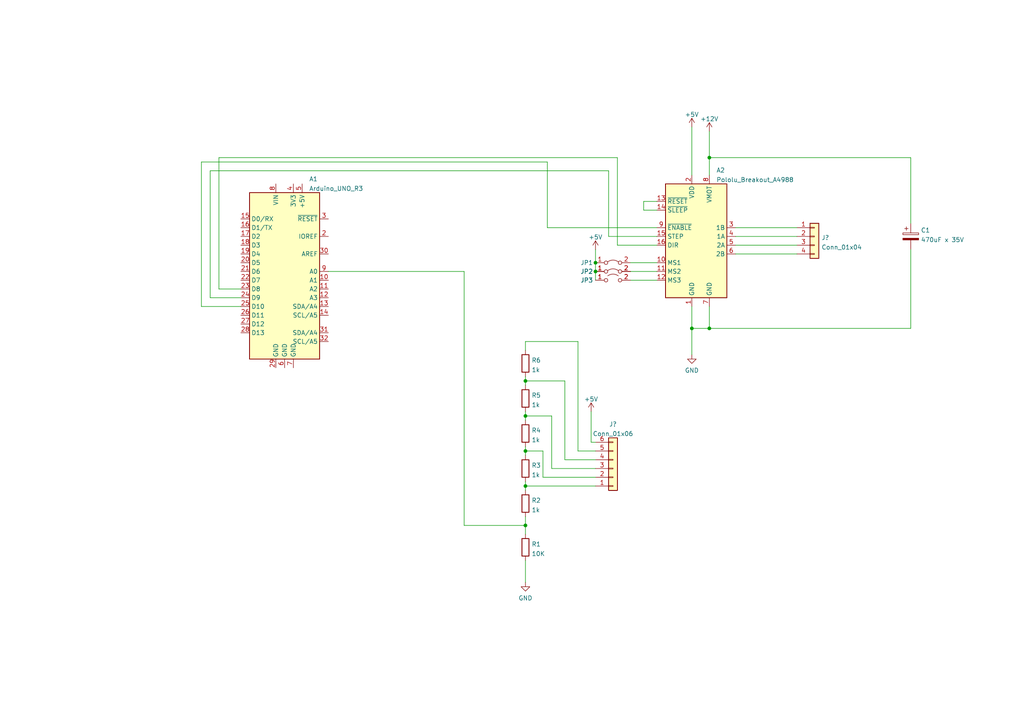
<source format=kicad_sch>
(kicad_sch (version 20211123) (generator eeschema)
  (paper "A4")
  (lib_symbols
    (symbol "Connector_Generic:Conn_01x04" (pin_names (offset 1.016) hide)
      (property "Reference" "J" (at 0 5.08 0))
      (property "Value" "Conn_01x04" (at 0 -7.62 0))
      (symbol "Conn_01x04_1_1"
        (rectangle (start -1.27 -4.953) (end 0 -5.207) (stroke (width 0.1524)))
        (rectangle (start -1.27 -2.413) (end 0 -2.667) (stroke (width 0.1524)))
        (rectangle (start -1.27 0.127) (end 0 -0.127) (stroke (width 0.1524)))
        (rectangle (start -1.27 2.667) (end 0 2.413) (stroke (width 0.1524)))
        (rectangle (start -1.27 3.81) (end 1.27 -6.35) (stroke (width 0.254)) (fill (type background)))
        (pin passive line (at -5.08 2.54 0) (length 3.81) (name "Pin_1") (number "1"))
        (pin passive line (at -5.08 0 0) (length 3.81) (name "Pin_2") (number "2"))
        (pin passive line (at -5.08 -2.54 0) (length 3.81) (name "Pin_3") (number "3"))
        (pin passive line (at -5.08 -5.08 0) (length 3.81) (name "Pin_4") (number "4"))
      )
    )
    (symbol "Connector_Generic:Conn_01x06" (pin_names (offset 1.016) hide)
      (property "Reference" "J" (at 0 7.62 0))
      (property "Value" "Conn_01x06" (at 0 -10.16 0))
      (symbol "Conn_01x06_1_1"
        (rectangle (start -1.27 -7.493) (end 0 -7.747) (stroke (width 0.1524)))
        (rectangle (start -1.27 -4.953) (end 0 -5.207) (stroke (width 0.1524)))
        (rectangle (start -1.27 -2.413) (end 0 -2.667) (stroke (width 0.1524)))
        (rectangle (start -1.27 0.127) (end 0 -0.127) (stroke (width 0.1524)))
        (rectangle (start -1.27 2.667) (end 0 2.413) (stroke (width 0.1524)))
        (rectangle (start -1.27 5.207) (end 0 4.953) (stroke (width 0.1524)))
        (rectangle (start -1.27 6.35) (end 1.27 -8.89) (stroke (width 0.254)) (fill (type background)))
        (pin passive line (at -5.08 5.08 0) (length 3.81) (name "Pin_1") (number "1"))
        (pin passive line (at -5.08 2.54 0) (length 3.81) (name "Pin_2") (number "2"))
        (pin passive line (at -5.08 0 0) (length 3.81) (name "Pin_3") (number "3"))
        (pin passive line (at -5.08 -2.54 0) (length 3.81) (name "Pin_4") (number "4"))
        (pin passive line (at -5.08 -5.08 0) (length 3.81) (name "Pin_5") (number "5"))
        (pin passive line (at -5.08 -7.62 0) (length 3.81) (name "Pin_6") (number "6"))
      )
    )
    (symbol "Device:C_Polarized" (pin_numbers hide) (pin_names (offset 0.254))
      (property "Reference" "C" (at 0.635 2.54 0))
      (property "Value" "C_Polarized" (at 0.635 -2.54 0))
      (symbol "C_Polarized_0_1"
        (rectangle (start -2.286 0.508) (end 2.286 1.016))
        (polyline (pts (xy -1.778 2.286) (xy -0.762 2.286)))
        (polyline (pts (xy -1.27 2.794) (xy -1.27 1.778)))
        (rectangle (start 2.286 -0.508) (end -2.286 -1.016) (fill (type outline)))
      )
      (symbol "C_Polarized_1_1"
        (pin passive line (at 0 3.81 270) (length 2.794) (name "~") (number "1"))
        (pin passive line (at 0 -3.81 90) (length 2.794) (name "~") (number "2"))
      )
    )
    (symbol "Device:R" (pin_numbers hide) (pin_names (offset 0))
      (property "Reference" "R" (at 2.032 0 90))
      (property "Value" "R" (at 0 0 90))
      (symbol "R_0_1"
        (rectangle (start -1.016 -2.54) (end 1.016 2.54) (stroke (width 0.254)))
      )
      (symbol "R_1_1"
        (pin passive line (at 0 3.81 270) (length 1.27) (name "~") (number "1"))
        (pin passive line (at 0 -3.81 90) (length 1.27) (name "~") (number "2"))
      )
    )
    (symbol "Driver_Motor:Pololu_Breakout_A4988"
      (property "Reference" "A" (at -2.54 19.05 0))
      (property "Value" "Pololu_Breakout_A4988" (at -2.54 16.51 0))
      (symbol "Pololu_Breakout_A4988_0_1"
        (rectangle (start 10.16 -17.78) (end -7.62 15.24) (stroke (width 0.254)) (fill (type background)))
      )
      (symbol "Pololu_Breakout_A4988_1_1"
        (pin power_in line (at 0 -20.32 90) (length 2.54) (name "GND") (number "1"))
        (pin input line (at -10.16 -7.62 0) (length 2.54) (name "MS1") (number "10"))
        (pin input line (at -10.16 -10.16 0) (length 2.54) (name "MS2") (number "11"))
        (pin input line (at -10.16 -12.7 0) (length 2.54) (name "MS3") (number "12"))
        (pin input line (at -10.16 10.16 0) (length 2.54) (name "~{RESET}") (number "13"))
        (pin input line (at -10.16 7.62 0) (length 2.54) (name "~{SLEEP}") (number "14"))
        (pin input line (at -10.16 0 0) (length 2.54) (name "STEP") (number "15"))
        (pin input line (at -10.16 -2.54 0) (length 2.54) (name "DIR") (number "16"))
        (pin power_in line (at 0 17.78 270) (length 2.54) (name "VDD") (number "2"))
        (pin output line (at 12.7 2.54 180) (length 2.54) (name "1B") (number "3"))
        (pin output line (at 12.7 0 180) (length 2.54) (name "1A") (number "4"))
        (pin output line (at 12.7 -2.54 180) (length 2.54) (name "2A") (number "5"))
        (pin output line (at 12.7 -5.08 180) (length 2.54) (name "2B") (number "6"))
        (pin power_in line (at 5.08 -20.32 90) (length 2.54) (name "GND") (number "7"))
        (pin power_in line (at 5.08 17.78 270) (length 2.54) (name "VMOT") (number "8"))
        (pin input line (at -10.16 2.54 0) (length 2.54) (name "~{ENABLE}") (number "9"))
      )
    )
    (symbol "Jumper:Jumper_2_Bridged" (pin_names (offset 0) hide)
      (property "Reference" "JP" (at 0 1.905 0))
      (property "Value" "Jumper_2_Bridged" (at 0 -2.54 0))
      (symbol "Jumper_2_Bridged_0_0"
        (circle (center -2.032 0) (radius 0.508))
        (circle (center 2.032 0) (radius 0.508))
      )
      (symbol "Jumper_2_Bridged_0_1"
        (arc (start 1.524 0.254) (mid 0 0.762) (end -1.524 0.254))
      )
      (symbol "Jumper_2_Bridged_1_1"
        (pin passive line (at -5.08 0 0) (length 2.54) (name "A") (number "1"))
        (pin passive line (at 5.08 0 180) (length 2.54) (name "B") (number "2"))
      )
    )
    (symbol "Jumper:Jumper_2_Open" (pin_names (offset 0) hide)
      (property "Reference" "JP" (at 0 2.794 0))
      (property "Value" "Jumper_2_Open" (at 0 -2.286 0))
      (symbol "Jumper_2_Open_0_0"
        (circle (center -2.032 0) (radius 0.508))
        (circle (center 2.032 0) (radius 0.508))
      )
      (symbol "Jumper_2_Open_0_1"
        (arc (start 1.524 1.27) (mid 0 1.778) (end -1.524 1.27))
      )
      (symbol "Jumper_2_Open_1_1"
        (pin passive line (at -5.08 0 0) (length 2.54) (name "A") (number "1"))
        (pin passive line (at 5.08 0 180) (length 2.54) (name "B") (number "2"))
      )
    )
    (symbol "MCU_Module:Arduino_UNO_R3"
      (property "Reference" "A" (at -10.16 23.495 0))
      (property "Value" "Arduino_UNO_R3" (at 5.08 -26.67 0))
      (symbol "Arduino_UNO_R3_0_1"
        (rectangle (start -10.16 22.86) (end 10.16 -25.4) (stroke (width 0.254)) (fill (type background)))
      )
      (symbol "Arduino_UNO_R3_1_1"
        (pin no_connect line (at -10.16 -20.32 0) (length 2.54) hide (name "NC") (number "1"))
        (pin bidirectional line (at 12.7 -2.54 180) (length 2.54) (name "A1") (number "10"))
        (pin bidirectional line (at 12.7 -5.08 180) (length 2.54) (name "A2") (number "11"))
        (pin bidirectional line (at 12.7 -7.62 180) (length 2.54) (name "A3") (number "12"))
        (pin bidirectional line (at 12.7 -10.16 180) (length 2.54) (name "SDA/A4") (number "13"))
        (pin bidirectional line (at 12.7 -12.7 180) (length 2.54) (name "SCL/A5") (number "14"))
        (pin bidirectional line (at -12.7 15.24 0) (length 2.54) (name "D0/RX") (number "15"))
        (pin bidirectional line (at -12.7 12.7 0) (length 2.54) (name "D1/TX") (number "16"))
        (pin bidirectional line (at -12.7 10.16 0) (length 2.54) (name "D2") (number "17"))
        (pin bidirectional line (at -12.7 7.62 0) (length 2.54) (name "D3") (number "18"))
        (pin bidirectional line (at -12.7 5.08 0) (length 2.54) (name "D4") (number "19"))
        (pin output line (at 12.7 10.16 180) (length 2.54) (name "IOREF") (number "2"))
        (pin bidirectional line (at -12.7 2.54 0) (length 2.54) (name "D5") (number "20"))
        (pin bidirectional line (at -12.7 0 0) (length 2.54) (name "D6") (number "21"))
        (pin bidirectional line (at -12.7 -2.54 0) (length 2.54) (name "D7") (number "22"))
        (pin bidirectional line (at -12.7 -5.08 0) (length 2.54) (name "D8") (number "23"))
        (pin bidirectional line (at -12.7 -7.62 0) (length 2.54) (name "D9") (number "24"))
        (pin bidirectional line (at -12.7 -10.16 0) (length 2.54) (name "D10") (number "25"))
        (pin bidirectional line (at -12.7 -12.7 0) (length 2.54) (name "D11") (number "26"))
        (pin bidirectional line (at -12.7 -15.24 0) (length 2.54) (name "D12") (number "27"))
        (pin bidirectional line (at -12.7 -17.78 0) (length 2.54) (name "D13") (number "28"))
        (pin power_in line (at -2.54 -27.94 90) (length 2.54) (name "GND") (number "29"))
        (pin input line (at 12.7 15.24 180) (length 2.54) (name "~{RESET}") (number "3"))
        (pin input line (at 12.7 5.08 180) (length 2.54) (name "AREF") (number "30"))
        (pin bidirectional line (at 12.7 -17.78 180) (length 2.54) (name "SDA/A4") (number "31"))
        (pin bidirectional line (at 12.7 -20.32 180) (length 2.54) (name "SCL/A5") (number "32"))
        (pin power_out line (at 2.54 25.4 270) (length 2.54) (name "3V3") (number "4"))
        (pin power_out line (at 5.08 25.4 270) (length 2.54) (name "+5V") (number "5"))
        (pin power_in line (at 0 -27.94 90) (length 2.54) (name "GND") (number "6"))
        (pin power_in line (at 2.54 -27.94 90) (length 2.54) (name "GND") (number "7"))
        (pin power_in line (at -2.54 25.4 270) (length 2.54) (name "VIN") (number "8"))
        (pin bidirectional line (at 12.7 0 180) (length 2.54) (name "A0") (number "9"))
      )
    )
    (symbol "power:+12V" (power) (pin_names (offset 0))
      (property "Value" "+12V" (at 0 3.556 0))
      (symbol "+12V_0_1"
        (polyline (pts (xy -0.762 1.27) (xy 0 2.54)))
        (polyline (pts (xy 0 0) (xy 0 2.54)))
        (polyline (pts (xy 0 2.54) (xy 0.762 1.27)))
      )
      (symbol "+12V_1_1"
        (pin power_in line (at 0 0 90) (length 0) hide (name "+12V") (number "1"))
      )
    )
    (symbol "power:+5V" (power) (pin_names (offset 0))
      (property "Value" "+5V" (at 0 3.556 0))
      (symbol "+5V_0_1"
        (polyline (pts (xy -0.762 1.27) (xy 0 2.54)))
        (polyline (pts (xy 0 0) (xy 0 2.54)))
        (polyline (pts (xy 0 2.54) (xy 0.762 1.27)))
      )
      (symbol "+5V_1_1"
        (pin power_in line (at 0 0 90) (length 0) hide (name "+5V") (number "1"))
      )
    )
    (symbol "power:GND" (power) (pin_names (offset 0))
      (property "Value" "GND" (at 0 -3.81 0))
      (symbol "GND_0_1"
        (polyline (pts (xy 0 0) (xy 0 -1.27) (xy 1.27 -1.27) (xy 0 -2.54) (xy -1.27 -1.27) (xy 0 -1.27)))
      )
      (symbol "GND_1_1"
        (pin power_in line (at 0 0 270) (length 0) hide (name "GND") (number "1"))
      )
    )
  )
  (junction (at 200.66 95.25))
  (junction (at 172.72 76.2))
  (junction (at 172.72 78.74))
  (junction (at 205.74 95.25))
  (junction (at 205.74 45.72))
  (junction (at 152.4 140.97))
  (junction (at 152.4 130.81))
  (junction (at 152.4 152.4))
  (junction (at 152.4 120.65))
  (junction (at 152.4 110.49))
  (wire (pts (xy 264.16 45.72) (xy 264.16 64.77)))
  (wire (pts (xy 186.69 58.42) (xy 186.69 60.96)))
  (wire (pts (xy 158.75 66.04) (xy 190.5 66.04)))
  (wire (pts (xy 172.72 76.2) (xy 172.72 78.74)))
  (wire (pts (xy 171.45 119.38) (xy 171.45 128.27)))
  (wire (pts (xy 58.42 46.99) (xy 158.75 46.99)))
  (wire (pts (xy 152.4 110.49) (xy 152.4 111.76)))
  (wire (pts (xy 160.02 135.89) (xy 172.72 135.89)))
  (wire (pts (xy 176.53 68.58) (xy 190.5 68.58)))
  (wire (pts (xy 213.36 73.66) (xy 231.14 73.66)))
  (wire (pts (xy 205.74 88.9) (xy 205.74 95.25)))
  (wire (pts (xy 152.4 99.06) (xy 167.64 99.06)))
  (wire (pts (xy 200.66 95.25) (xy 205.74 95.25)))
  (wire (pts (xy 152.4 101.6) (xy 152.4 99.06)))
  (wire (pts (xy 95.25 78.74) (xy 134.62 78.74)))
  (wire (pts (xy 152.4 162.56) (xy 152.4 168.91)))
  (wire (pts (xy 182.88 81.28) (xy 190.5 81.28)))
  (wire (pts (xy 213.36 66.04) (xy 231.14 66.04)))
  (wire (pts (xy 69.85 88.9) (xy 58.42 88.9)))
  (wire (pts (xy 158.75 46.99) (xy 158.75 66.04)))
  (wire (pts (xy 179.07 71.12) (xy 190.5 71.12)))
  (wire (pts (xy 152.4 110.49) (xy 163.83 110.49)))
  (wire (pts (xy 157.48 138.43) (xy 172.72 138.43)))
  (wire (pts (xy 152.4 139.7) (xy 152.4 140.97)))
  (wire (pts (xy 186.69 60.96) (xy 190.5 60.96)))
  (wire (pts (xy 264.16 95.25) (xy 264.16 72.39)))
  (wire (pts (xy 152.4 140.97) (xy 152.4 142.24)))
  (wire (pts (xy 69.85 83.82) (xy 63.5 83.82)))
  (wire (pts (xy 152.4 129.54) (xy 152.4 130.81)))
  (wire (pts (xy 152.4 109.22) (xy 152.4 110.49)))
  (wire (pts (xy 213.36 68.58) (xy 231.14 68.58)))
  (wire (pts (xy 63.5 83.82) (xy 63.5 45.72)))
  (wire (pts (xy 205.74 45.72) (xy 205.74 50.8)))
  (wire (pts (xy 182.88 76.2) (xy 190.5 76.2)))
  (wire (pts (xy 200.66 95.25) (xy 200.66 102.87)))
  (wire (pts (xy 172.72 128.27) (xy 171.45 128.27)))
  (wire (pts (xy 152.4 130.81) (xy 152.4 132.08)))
  (wire (pts (xy 60.96 49.53) (xy 176.53 49.53)))
  (wire (pts (xy 163.83 110.49) (xy 163.83 133.35)))
  (wire (pts (xy 167.64 130.81) (xy 172.72 130.81)))
  (wire (pts (xy 63.5 45.72) (xy 179.07 45.72)))
  (wire (pts (xy 176.53 49.53) (xy 176.53 68.58)))
  (wire (pts (xy 152.4 140.97) (xy 172.72 140.97)))
  (wire (pts (xy 152.4 120.65) (xy 152.4 121.92)))
  (wire (pts (xy 157.48 130.81) (xy 157.48 138.43)))
  (wire (pts (xy 200.66 36.83) (xy 200.66 50.8)))
  (wire (pts (xy 152.4 130.81) (xy 157.48 130.81)))
  (wire (pts (xy 205.74 45.72) (xy 264.16 45.72)))
  (wire (pts (xy 182.88 78.74) (xy 190.5 78.74)))
  (wire (pts (xy 172.72 78.74) (xy 172.72 81.28)))
  (wire (pts (xy 160.02 120.65) (xy 160.02 135.89)))
  (wire (pts (xy 200.66 88.9) (xy 200.66 95.25)))
  (wire (pts (xy 163.83 133.35) (xy 172.72 133.35)))
  (wire (pts (xy 152.4 152.4) (xy 152.4 154.94)))
  (wire (pts (xy 152.4 149.86) (xy 152.4 152.4)))
  (wire (pts (xy 205.74 38.1) (xy 205.74 45.72)))
  (wire (pts (xy 152.4 119.38) (xy 152.4 120.65)))
  (wire (pts (xy 69.85 86.36) (xy 60.96 86.36)))
  (wire (pts (xy 152.4 120.65) (xy 160.02 120.65)))
  (wire (pts (xy 172.72 72.39) (xy 172.72 76.2)))
  (wire (pts (xy 205.74 95.25) (xy 264.16 95.25)))
  (wire (pts (xy 134.62 78.74) (xy 134.62 152.4)))
  (wire (pts (xy 134.62 152.4) (xy 152.4 152.4)))
  (wire (pts (xy 213.36 71.12) (xy 231.14 71.12)))
  (wire (pts (xy 167.64 99.06) (xy 167.64 130.81)))
  (wire (pts (xy 60.96 86.36) (xy 60.96 49.53)))
  (wire (pts (xy 190.5 58.42) (xy 186.69 58.42)))
  (wire (pts (xy 58.42 88.9) (xy 58.42 46.99)))
  (wire (pts (xy 179.07 45.72) (xy 179.07 71.12)))
  (symbol (lib_id "Device:R") (at 152.4 158.75 180) (unit 1)
    (property "Reference" "R1" (at 154.178 157.8415 0) (effects (justify right)))
    (property "Value" "10K" (at 154.178 160.6166 0) (effects (justify right)))
  )
  (symbol (lib_id "Device:R") (at 152.4 135.89 180) (unit 1)
    (property "Reference" "R3" (at 154.178 134.9815 0) (effects (justify right)))
    (property "Value" "1k" (at 154.178 137.7566 0) (effects (justify right)))
  )
  (symbol (lib_id "Device:R") (at 152.4 105.41 180) (unit 1)
    (property "Reference" "R6" (at 154.178 104.5015 0) (effects (justify right)))
    (property "Value" "1k" (at 154.178 107.2766 0) (effects (justify right)))
  )
  (symbol (lib_id "MCU_Module:Arduino_UNO_R3") (at 82.55 78.74 0) (unit 1)
    (property "Reference" "A1" (at 89.6494 51.9135 0) (effects (justify left)))
    (property "Value" "Arduino_UNO_R3" (at 89.6494 54.6886 0) (effects (justify left)))
    (property "Footprint" "Module:Arduino_UNO_R3" (effects hide))
    (property "Datasheet" "https://www.arduino.cc/en/Main/arduinoBoardUno" (effects hide))
  )
  (symbol (lib_id "Device:C_Polarized") (at 264.16 68.58 0) (unit 1)
    (property "Reference" "C1" (at 267.081 66.7825 0) (effects (justify left)))
    (property "Value" "470uF x 35V" (at 267.081 69.5576 0) (effects (justify left)))
  )
  (symbol (lib_id "Jumper:Jumper_2_Bridged") (at 177.8 76.2 0) (unit 1)
    (property "Reference" "JP1" (at 170.18 76.2 0))
    (property "Value" "Jumper_2_Bridged" (effects hide))
  )
  (symbol (lib_id "Device:R") (at 152.4 146.05 180) (unit 1)
    (property "Reference" "R2" (at 154.178 145.1415 0) (effects (justify right)))
    (property "Value" "1k" (at 154.178 147.9166 0) (effects (justify right)))
  )
  (symbol (lib_id "power:+5V") (at 200.66 36.83 0) (unit 1)
    (property "Reference" "#PWR?" (effects hide))
    (property "Value" "+5V" (at 200.66 33.2255 0))
  )
  (symbol (lib_id "Connector_Generic:Conn_01x06") (at 177.8 135.89 0) (mirror x) (unit 1)
    (property "Reference" "J?" (at 177.8 123.0335 0))
    (property "Value" "Conn_01x06" (at 177.8 125.8086 0))
  )
  (symbol (lib_id "power:GND") (at 200.66 102.87 0) (unit 1)
    (property "Reference" "#PWR?" (effects hide))
    (property "Value" "GND" (at 200.66 107.4325 0))
  )
  (symbol (lib_id "power:+5V") (at 171.45 119.38 0) (unit 1)
    (property "Reference" "#PWR?" (effects hide))
    (property "Value" "+5V" (at 171.45 115.7755 0))
  )
  (symbol (lib_id "Connector_Generic:Conn_01x04") (at 236.22 68.58 0) (unit 1)
    (property "Reference" "J?" (at 238.252 68.9415 0) (effects (justify left)))
    (property "Value" "Conn_01x04" (at 238.252 71.7166 0) (effects (justify left)))
  )
  (symbol (lib_id "power:GND") (at 152.4 168.91 0) (unit 1)
    (property "Reference" "#PWR?" (effects hide))
    (property "Value" "GND" (at 152.4 173.4725 0))
  )
  (symbol (lib_id "Jumper:Jumper_2_Open") (at 177.8 81.28 0) (unit 1)
    (property "Reference" "JP3" (at 170.18 81.28 0))
    (property "Value" "Jumper_2_Open" (effects hide))
  )
  (symbol (lib_id "Jumper:Jumper_2_Bridged") (at 177.8 78.74 0) (unit 1)
    (property "Reference" "JP2" (at 170.18 78.74 0))
    (property "Value" "Jumper_2_Bridged" (effects hide))
  )
  (symbol (lib_id "Driver_Motor:Pololu_Breakout_A4988") (at 200.66 68.58 0) (unit 1)
    (property "Reference" "A2" (at 207.7594 49.3735 0) (effects (justify left)))
    (property "Value" "Pololu_Breakout_A4988" (at 207.7594 52.1486 0) (effects (justify left)))
    (property "Footprint" "Module:Pololu_Breakout-16_15.2x20.3mm" (effects hide))
    (property "Datasheet" "https://www.pololu.com/product/2980/pictures" (effects hide))
  )
  (symbol (lib_id "power:+5V") (at 172.72 72.39 0) (unit 1)
    (property "Reference" "#PWR?" (effects hide))
    (property "Value" "+5V" (at 172.72 68.7855 0))
  )
  (symbol (lib_id "Device:R") (at 152.4 125.73 180) (unit 1)
    (property "Reference" "R4" (at 154.178 124.8215 0) (effects (justify right)))
    (property "Value" "1k" (at 154.178 127.5966 0) (effects (justify right)))
  )
  (symbol (lib_id "power:+12V") (at 205.74 38.1 0) (unit 1)
    (property "Reference" "#PWR?" (effects hide))
    (property "Value" "+12V" (at 205.74 34.4955 0))
  )
  (symbol (lib_id "Device:R") (at 152.4 115.57 180) (unit 1)
    (property "Reference" "R5" (at 154.178 114.6615 0) (effects (justify right)))
    (property "Value" "1k" (at 154.178 117.4366 0) (effects (justify right)))
  )
)
</source>
